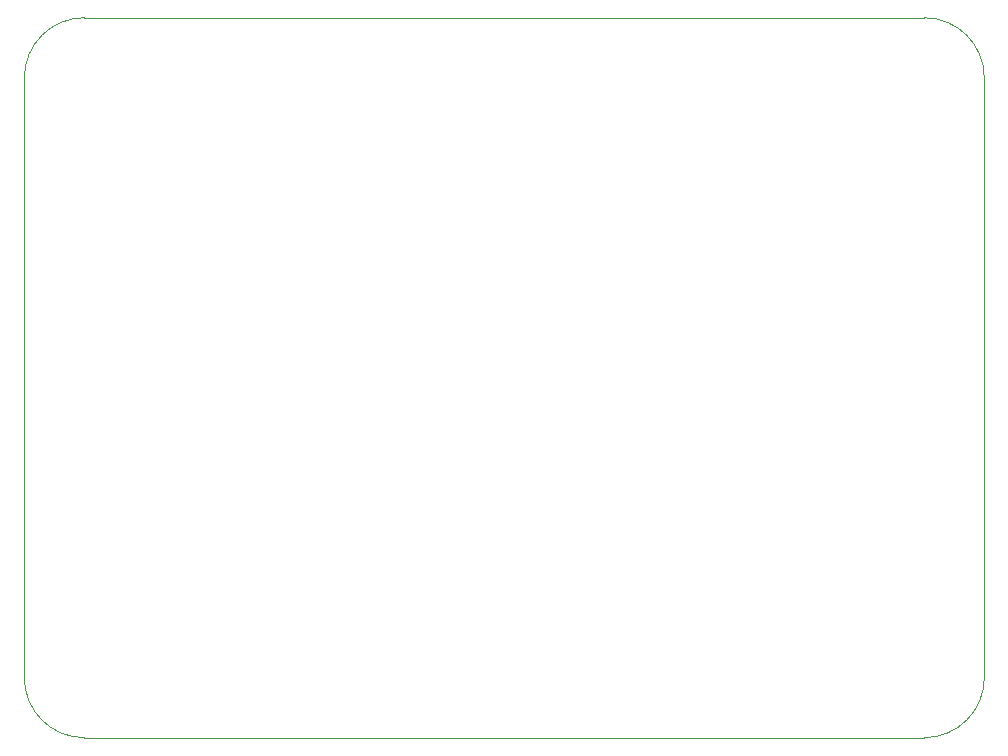
<source format=gbr>
G04 #@! TF.GenerationSoftware,KiCad,Pcbnew,5.1.6-c6e7f7d~87~ubuntu18.04.1*
G04 #@! TF.CreationDate,2020-11-08T17:16:30-05:00*
G04 #@! TF.ProjectId,bit_crusher_pedal,6269745f-6372-4757-9368-65725f706564,1*
G04 #@! TF.SameCoordinates,Original*
G04 #@! TF.FileFunction,Profile,NP*
%FSLAX46Y46*%
G04 Gerber Fmt 4.6, Leading zero omitted, Abs format (unit mm)*
G04 Created by KiCad (PCBNEW 5.1.6-c6e7f7d~87~ubuntu18.04.1) date 2020-11-08 17:16:30*
%MOMM*%
%LPD*%
G01*
G04 APERTURE LIST*
G04 #@! TA.AperFunction,Profile*
%ADD10C,0.050000*%
G04 #@! TD*
G04 APERTURE END LIST*
D10*
X152400000Y-50800000D02*
G75*
G02*
X157480000Y-55880000I0J-5080000D01*
G01*
X157480000Y-106680000D02*
G75*
G02*
X152400000Y-111760000I-5080000J0D01*
G01*
X81280000Y-111760000D02*
G75*
G02*
X76200000Y-106680000I0J5080000D01*
G01*
X76200000Y-55880000D02*
G75*
G02*
X81280000Y-50800000I5080000J0D01*
G01*
X152400000Y-50800000D02*
X81280000Y-50800000D01*
X157480000Y-106680000D02*
X157480000Y-55880000D01*
X81280000Y-111760000D02*
X152400000Y-111760000D01*
X76200000Y-55880000D02*
X76200000Y-106680000D01*
M02*

</source>
